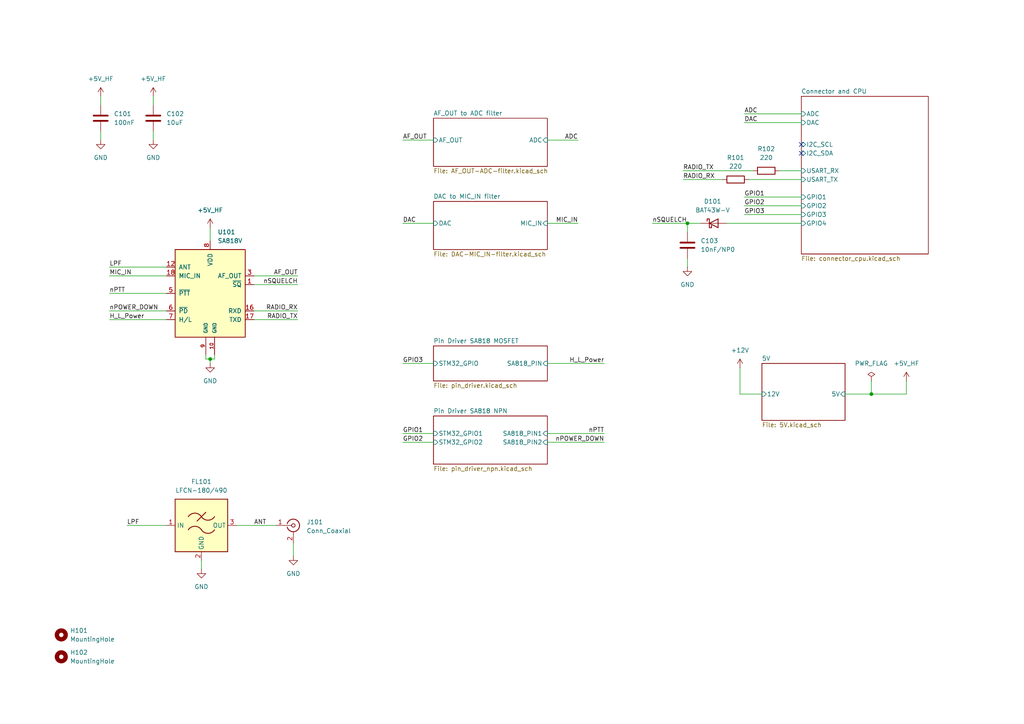
<source format=kicad_sch>
(kicad_sch (version 20250114) (generator "eeschema") (generator_version "9.0")
  (paper "A4")
  (title_block (title "FM Module") (rev "<<HASH>>") (company "Amateurfunkclub für Remote Stationen"))
  (lib_symbols
    (symbol "Connector:Conn_Coaxial" (pin_names (offset 1.016) (hide yes))
      (property "Reference" "J" (at 0.254 3.048 0))
      (property "Value" "Conn_Coaxial" (at 2.921 0 90))
      (symbol "Conn_Coaxial_0_1"
        (polyline (pts (xy -2.54 0) (xy -0.508 0)))
        (arc (start 1.778 0) (mid 0.222 -1.8079) (end -1.778 -0.508) (stroke (width 0.254)))
        (arc (start -1.778 0.508) (mid 0.2221 1.8084) (end 1.778 0) (stroke (width 0.254)))
        (circle (center 0 0) (radius 0.508) (stroke (width 0.2032)))
        (polyline (pts (xy 0 -2.54) (xy 0 -1.778)))
      )
      (symbol "Conn_Coaxial_1_1"
        (pin passive line (at -5.08 0 0) (length 2.54) (name "In") (number "1"))
        (pin passive line (at 0 -5.08 90) (length 2.54) (name "Ext") (number "2"))
      )
    )
    (symbol "DRA818:SA818V" (pin_names (offset 1.016))
      (property "Reference" "U" (at -10.1661 11.9459 0))
      (property "Value" "SA818V" (at -10.414 -14.478 0))
      (symbol "SA818V_0_0"
        (rectangle (start -10.16 12.7) (end 10.16 -12.7) (stroke (width 0.254)) (fill (type background)))
      )
      (symbol "SA818V_1_0"
        (pin passive line (at -12.7 7.62 0) (length 2.54) (name "ANT") (number "12"))
        (pin input line (at -12.7 5.08 0) (length 2.54) (name "MIC_IN") (number "18"))
        (pin input line (at -12.7 0 0) (length 2.54) (name "~{PTT}") (number "5"))
        (pin input line (at -12.7 -5.08 0) (length 2.54) (name "~{PD}") (number "6"))
        (pin input line (at -12.7 -7.62 0) (length 2.54) (name "H/L") (number "7"))
        (pin power_in line (at -1.27 -17.78 90) (length 5.08) (name "GND") (number "9"))
        (pin power_in line (at 0 15.24 270) (length 2.54) (name "VDD") (number "8"))
        (pin power_in line (at 1.27 -17.78 90) (length 5.08) (name "GND") (number "10"))
        (pin output line (at 12.7 5.08 180) (length 2.54) (name "AF_OUT") (number "3"))
        (pin output line (at 12.7 2.54 180) (length 2.54) (name "~{SQ}") (number "1"))
        (pin input line (at 12.7 -5.08 180) (length 2.54) (name "RXD") (number "16"))
        (pin output line (at 12.7 -7.62 180) (length 2.54) (name "TXD") (number "17"))
      )
    )
    (symbol "Device:C" (pin_numbers (hide yes)) (pin_names (offset 0.254))
      (property "Reference" "C" (at 0.635 2.54 0))
      (property "Value" "C" (at 0.635 -2.54 0))
      (symbol "C_0_1"
        (polyline (pts (xy -2.032 0.762) (xy 2.032 0.762)) (stroke (width 0.508)))
        (polyline (pts (xy -2.032 -0.762) (xy 2.032 -0.762)) (stroke (width 0.508)))
      )
      (symbol "C_1_1"
        (pin passive line (at 0 3.81 270) (length 2.794) (name "~") (number "1"))
        (pin passive line (at 0 -3.81 90) (length 2.794) (name "~") (number "2"))
      )
    )
    (symbol "Device:R" (pin_numbers (hide yes)) (pin_names (offset 0))
      (property "Reference" "R" (at 2.032 0 90))
      (property "Value" "R" (at 0 0 90))
      (symbol "R_0_1"
        (rectangle (start -1.016 -2.54) (end 1.016 2.54) (stroke (width 0.254)))
      )
      (symbol "R_1_1"
        (pin passive line (at 0 3.81 270) (length 1.27) (name "~") (number "1"))
        (pin passive line (at 0 -3.81 90) (length 1.27) (name "~") (number "2"))
      )
    )
    (symbol "Diode:BAT43W-V" (pin_numbers (hide yes)) (pin_names (offset 1.016) (hide yes))
      (property "Reference" "D" (at 0 2.54 0))
      (property "Value" "BAT43W-V" (at 0 -2.54 0))
      (symbol "BAT43W-V_0_1"
        (polyline (pts (xy -1.905 0.635) (xy -1.905 1.27) (xy -1.27 1.27) (xy -1.27 -1.27) (xy -0.635 -1.27) (xy -0.635 -0.635)) (stroke (width 0.254)))
        (polyline (pts (xy 1.27 1.27) (xy 1.27 -1.27) (xy -1.27 0) (xy 1.27 1.27)) (stroke (width 0.254)))
        (polyline (pts (xy 1.27 0) (xy -1.27 0)))
      )
      (symbol "BAT43W-V_1_1"
        (pin passive line (at -3.81 0 0) (length 2.54) (name "K") (number "1"))
        (pin passive line (at 3.81 0 180) (length 2.54) (name "A") (number "2"))
      )
    )
    (symbol "Mechanical:MountingHole" (pin_names (offset 1.016)) (exclude_from_sim yes) (in_bom no)
      (property "Reference" "H" (at 0 5.08 0))
      (property "Value" "MountingHole" (at 0 3.175 0))
      (symbol "MountingHole_0_1"
        (circle (center 0 0) (radius 1.27) (stroke (width 1.27)))
      )
    )
    (symbol "RF_Filter:LFCN-160"
      (property "Reference" "FL" (at 0 10.795 0))
      (property "Value" "LFCN-160" (at 0 8.89 0))
      (symbol "LFCN-160_0_1"
        (rectangle (start -7.62 7.62) (end 7.62 -7.62) (stroke (width 0.254)) (fill (type background)))
        (arc (start -3.81 2.54) (mid -1.905 3.5595) (end 0 2.54) (stroke (width 0.254)))
        (arc (start -3.81 -1.27) (mid -1.905 -0.2505) (end 0 -1.27) (stroke (width 0.254)))
        (polyline (pts (xy -1.27 1.27) (xy 1.27 3.81)) (stroke (width 0.254)))
        (arc (start 3.81 2.54) (mid 1.905 1.5205) (end 0 2.54) (stroke (width 0.254)))
        (arc (start 3.81 -1.27) (mid 1.905 -2.2895) (end 0 -1.27) (stroke (width 0.254)))
      )
      (symbol "LFCN-160_1_1"
        (pin passive line (at -10.16 0 0) (length 2.54) (name "IN") (number "1"))
        (pin passive line (at 0 -10.16 90) (length 2.54) (name "GND") (number "2"))
        (pin passive line (at 0 -10.16 90) (length 2.54) (hide yes) (name "GND") (number "4"))
        (pin passive line (at 10.16 0 180) (length 2.54) (name "OUT") (number "3"))
      )
    )
    (symbol "power:+12V" (power) (pin_numbers (hide yes)) (pin_names (offset 0) (hide yes))
      (property "Value" "+12V" (at 0 3.556 0))
      (symbol "+12V_0_1"
        (polyline (pts (xy -0.762 1.27) (xy 0 2.54)))
        (polyline (pts (xy 0 2.54) (xy 0.762 1.27)))
        (polyline (pts (xy 0 0) (xy 0 2.54)))
      )
      (symbol "+12V_1_1"
        (pin power_in line (at 0 0 90) (length 0) (name "~") (number "1"))
      )
    )
    (symbol "power:+4V" (power) (pin_numbers (hide yes)) (pin_names (offset 0) (hide yes))
      (property "Value" "+4V" (at 0 3.556 0))
      (symbol "+4V_0_1"
        (polyline (pts (xy -0.762 1.27) (xy 0 2.54)))
        (polyline (pts (xy 0 2.54) (xy 0.762 1.27)))
        (polyline (pts (xy 0 0) (xy 0 2.54)))
      )
      (symbol "+4V_1_1"
        (pin power_in line (at 0 0 90) (length 0) (name "~") (number "1"))
      )
    )
    (symbol "power:GND" (power) (pin_numbers (hide yes)) (pin_names (offset 0) (hide yes))
      (property "Value" "GND" (at 0 -3.81 0))
      (symbol "GND_0_1"
        (polyline (pts (xy 0 0) (xy 0 -1.27) (xy 1.27 -1.27) (xy 0 -2.54) (xy -1.27 -1.27) (xy 0 -1.27)))
      )
      (symbol "GND_1_1"
        (pin power_in line (at 0 0 270) (length 0) (name "~") (number "1"))
      )
    )
    (symbol "power:PWR_FLAG" (power) (pin_numbers (hide yes)) (pin_names (offset 0) (hide yes))
      (property "Value" "PWR_FLAG" (at 0 3.81 0))
      (symbol "PWR_FLAG_0_0"
        (pin power_out line (at 0 0 90) (length 0) (name "~") (number "1"))
      )
      (symbol "PWR_FLAG_0_1"
        (polyline (pts (xy 0 0) (xy 0 1.27) (xy -1.016 1.905) (xy 0 2.54) (xy 1.016 1.905) (xy 0 1.27)))
      )
    )
  )
  (junction (at 252.73 114.3))
  (junction (at 60.96 104.14))
  (junction (at 199.39 64.77))
  (no_connect (at 232.41 41.91))
  (no_connect (at 232.41 44.45))
  (wire (pts (xy 220.98 114.3) (xy 214.63 114.3)))
  (wire (pts (xy 73.66 90.17) (xy 86.36 90.17)))
  (wire (pts (xy 60.96 104.14) (xy 62.23 104.14)))
  (wire (pts (xy 31.75 80.01) (xy 48.26 80.01)))
  (wire (pts (xy 215.9 57.15) (xy 232.41 57.15)))
  (wire (pts (xy 31.75 77.47) (xy 48.26 77.47)))
  (wire (pts (xy 252.73 114.3) (xy 262.89 114.3)))
  (wire (pts (xy 262.89 114.3) (xy 262.89 110.49)))
  (wire (pts (xy 116.84 64.77) (xy 125.73 64.77)))
  (wire (pts (xy 44.45 38.1) (xy 44.45 40.64)))
  (wire (pts (xy 60.96 66.04) (xy 60.96 69.85)))
  (wire (pts (xy 199.39 74.93) (xy 199.39 77.47)))
  (wire (pts (xy 158.75 128.27) (xy 175.26 128.27)))
  (wire (pts (xy 198.12 49.53) (xy 218.44 49.53)))
  (wire (pts (xy 215.9 35.56) (xy 232.41 35.56)))
  (wire (pts (xy 252.73 110.49) (xy 252.73 114.3)))
  (wire (pts (xy 73.66 80.01) (xy 86.36 80.01)))
  (wire (pts (xy 215.9 59.69) (xy 232.41 59.69)))
  (wire (pts (xy 199.39 64.77) (xy 199.39 67.31)))
  (wire (pts (xy 189.23 64.77) (xy 199.39 64.77)))
  (wire (pts (xy 215.9 62.23) (xy 232.41 62.23)))
  (wire (pts (xy 68.58 152.4) (xy 80.01 152.4)))
  (wire (pts (xy 116.84 128.27) (xy 125.73 128.27)))
  (wire (pts (xy 60.96 104.14) (xy 60.96 105.41)))
  (wire (pts (xy 158.75 105.41) (xy 175.26 105.41)))
  (wire (pts (xy 217.17 52.07) (xy 232.41 52.07)))
  (wire (pts (xy 85.09 157.48) (xy 85.09 161.29)))
  (wire (pts (xy 210.82 64.77) (xy 232.41 64.77)))
  (wire (pts (xy 59.69 104.14) (xy 60.96 104.14)))
  (wire (pts (xy 116.84 40.64) (xy 125.73 40.64)))
  (wire (pts (xy 116.84 105.41) (xy 125.73 105.41)))
  (wire (pts (xy 158.75 40.64) (xy 167.64 40.64)))
  (wire (pts (xy 31.75 90.17) (xy 48.26 90.17)))
  (wire (pts (xy 44.45 27.94) (xy 44.45 30.48)))
  (wire (pts (xy 199.39 64.77) (xy 203.2 64.77)))
  (wire (pts (xy 29.21 27.94) (xy 29.21 30.48)))
  (wire (pts (xy 62.23 102.87) (xy 62.23 104.14)))
  (wire (pts (xy 116.84 125.73) (xy 125.73 125.73)))
  (wire (pts (xy 29.21 38.1) (xy 29.21 40.64)))
  (wire (pts (xy 198.12 52.07) (xy 209.55 52.07)))
  (wire (pts (xy 158.75 125.73) (xy 175.26 125.73)))
  (wire (pts (xy 59.69 102.87) (xy 59.69 104.14)))
  (wire (pts (xy 226.06 49.53) (xy 232.41 49.53)))
  (wire (pts (xy 158.75 64.77) (xy 167.64 64.77)))
  (wire (pts (xy 215.9 33.02) (xy 232.41 33.02)))
  (wire (pts (xy 58.42 162.56) (xy 58.42 165.1)))
  (wire (pts (xy 245.11 114.3) (xy 252.73 114.3)))
  (wire (pts (xy 31.75 92.71) (xy 48.26 92.71)))
  (wire (pts (xy 73.66 92.71) (xy 86.36 92.71)))
  (wire (pts (xy 31.75 85.09) (xy 48.26 85.09)))
  (wire (pts (xy 36.83 152.4) (xy 48.26 152.4)))
  (wire (pts (xy 214.63 114.3) (xy 214.63 106.68)))
  (wire (pts (xy 73.66 82.55) (xy 86.36 82.55)))
  (label "nPOWER_DOWN" (at 31.75 90.17 0))
  (label "nPTT" (at 175.26 125.73 180))
  (label "RADIO_TX" (at 86.36 92.71 180))
  (label "RADIO_TX" (at 198.12 49.53 0))
  (label "RADIO_RX" (at 86.36 90.17 180))
  (label "nPOWER_DOWN" (at 175.26 128.27 180))
  (label "GPIO2" (at 215.9 59.69 0))
  (label "DAC" (at 215.9 35.56 0))
  (label "nPTT" (at 31.75 85.09 0))
  (label "DAC" (at 116.84 64.77 0))
  (label "GPIO1" (at 116.84 125.73 0))
  (label "GPIO2" (at 116.84 128.27 0))
  (label "H_L_Power" (at 175.26 105.41 180))
  (label "GPIO3" (at 215.9 62.23 0))
  (label "nSQUELCH" (at 86.36 82.55 180))
  (label "nSQUELCH" (at 189.23 64.77 0))
  (label "RADIO_RX" (at 198.12 52.07 0))
  (label "H_L_Power" (at 31.75 92.71 0))
  (label "AF_OUT" (at 86.36 80.01 180))
  (label "MIC_IN" (at 167.64 64.77 180))
  (label "LPF" (at 36.83 152.4 0))
  (label "ANT" (at 73.66 152.4 0))
  (label "MIC_IN" (at 31.75 80.01 0))
  (label "ADC" (at 215.9 33.02 0))
  (label "GPIO3" (at 116.84 105.41 0))
  (label "ADC" (at 167.64 40.64 180))
  (label "LPF" (at 31.75 77.47 0))
  (label "GPIO1" (at 215.9 57.15 0))
  (label "AF_OUT" (at 116.84 40.64 0))
  (symbol (lib_id "power:+4V") (at 44.45 27.94 0) (unit 1)
    (property "Reference" "#PWR0105" (effects (hide yes)))
    (property "Value" "+5V_HF" (at 44.45 22.86 0))
    (property "Description" "Power symbol creates a global label with name \"+5V_HF\"" (effects (hide yes)))
  )
  (symbol (lib_id "power:GND") (at 199.39 77.47 0) (unit 1)
    (property "Reference" "#PWR0120" (effects (hide yes)))
    (property "Value" "GND" (at 199.39 82.55 0))
    (property "Description" "Power symbol creates a global label with name \"GND\" , ground" (effects (hide yes)))
  )
  (symbol (lib_id "Device:R") (at 213.36 52.07 90) (unit 1)
    (property "Reference" "R101" (at 213.36 45.72 90))
    (property "Value" "220" (at 213.36 48.26 90))
    (property "Footprint" "Resistor_SMD:R_0805_2012Metric" (effects (hide yes)))
    (property "Description" "Resistor" (effects (hide yes)))
    (property "MOUSER" "667-ERA-6AEB221V" (effects (hide yes)))
  )
  (symbol (lib_id "Mechanical:MountingHole") (at 17.78 184.15 0) (unit 1) (exclude_from_sim yes) (in_bom no)
    (property "Reference" "H101" (at 20.32 182.8799 0) (effects (justify left)))
    (property "Value" "MountingHole" (at 20.32 185.4199 0) (effects (justify left)))
    (property "Footprint" "MountingHole:MountingHole_3.2mm_M3" (effects (hide yes)))
    (property "Description" "Mounting Hole without connection" (effects (hide yes)))
  )
  (symbol (lib_id "power:GND") (at 60.96 105.41 0) (unit 1)
    (property "Reference" "#PWR0118" (effects (hide yes)))
    (property "Value" "GND" (at 60.96 110.49 0))
    (property "Description" "Power symbol creates a global label with name \"GND\" , ground" (effects (hide yes)))
  )
  (symbol (lib_id "RF_Filter:LFCN-160") (at 58.42 152.4 0) (unit 1)
    (property "Reference" "FL101" (at 58.42 139.7 0))
    (property "Value" "LFCN-180/490" (at 58.42 142.24 0))
    (property "Footprint" "Filter:Filter_Mini-Circuits_FV1206" (effects (hide yes)))
    (property "Datasheet" "https://www.minicircuits.com/pdfs/LFCN-180+.pdf" (effects (hide yes)))
    (property "Description" "180MHz/490MHz 50 Ohm Passive Low Pass Filter, FV1206" (effects (hide yes)))
    (property "MOUSER" "139-LFCN-180,139-LFCN-490" (effects (hide yes)))
  )
  (symbol (lib_id "power:PWR_FLAG") (at 252.73 110.49 0) (unit 1)
    (property "Reference" "#FLG0103" (effects (hide yes)))
    (property "Value" "PWR_FLAG" (at 252.73 105.41 0))
    (property "Description" "Special symbol for telling ERC where power comes from" (effects (hide yes)))
  )
  (symbol (lib_id "Device:C") (at 199.39 71.12 180) (unit 1)
    (property "Reference" "C103" (at 203.2 69.8499 0) (effects (justify right)))
    (property "Value" "10nF/NP0" (at 203.2 72.3899 0) (effects (justify right)))
    (property "Footprint" "Capacitor_SMD:C_0805_2012Metric" (effects (hide yes)))
    (property "Description" "Unpolarized capacitor" (effects (hide yes)))
    (property "MOUSER" "81-GRM2165C2A103JA1D" (effects (hide yes)))
  )
  (symbol (lib_id "power:+4V") (at 60.96 66.04 0) (unit 1)
    (property "Reference" "#PWR0103" (effects (hide yes)))
    (property "Value" "+5V_HF" (at 60.96 60.96 0))
    (property "Description" "Power symbol creates a global label with name \"+5V_HF\"" (effects (hide yes)))
  )
  (symbol (lib_id "power:+4V") (at 262.89 110.49 0) (unit 1)
    (property "Reference" "#PWR0101" (effects (hide yes)))
    (property "Value" "+5V_HF" (at 262.89 105.41 0))
    (property "Description" "Power symbol creates a global label with name \"+5V_HF\"" (effects (hide yes)))
  )
  (symbol (lib_id "DRA818:SA818V") (at 60.96 85.09 0) (unit 1)
    (property "Reference" "U101" (at 63.1033 67.31 0) (effects (justify left)))
    (property "Value" "SA818V" (at 63.1033 69.85 0) (effects (justify left)))
    (property "Footprint" "PRJ:DRA818" (effects (hide yes)))
    (property "LCSC" "C3001504" (effects (hide yes)))
  )
  (symbol (lib_id "power:+4V") (at 29.21 27.94 0) (unit 1)
    (property "Reference" "#PWR0104" (effects (hide yes)))
    (property "Value" "+5V_HF" (at 29.21 22.86 0))
    (property "Description" "Power symbol creates a global label with name \"+5V_HF\"" (effects (hide yes)))
  )
  (symbol (lib_id "power:+12V") (at 214.63 106.68 0) (unit 1)
    (property "Reference" "#PWR0102" (effects (hide yes)))
    (property "Value" "+12V" (at 214.63 101.6 0))
    (property "Description" "Power symbol creates a global label with name \"+12V\"" (effects (hide yes)))
  )
  (symbol (lib_id "power:GND") (at 85.09 161.29 0) (unit 1)
    (property "Reference" "#PWR0119" (effects (hide yes)))
    (property "Value" "GND" (at 85.09 166.37 0))
    (property "Description" "Power symbol creates a global label with name \"GND\" , ground" (effects (hide yes)))
  )
  (symbol (lib_id "Device:R") (at 222.25 49.53 90) (unit 1)
    (property "Reference" "R102" (at 222.25 43.18 90))
    (property "Value" "220" (at 222.25 45.72 90))
    (property "Footprint" "Resistor_SMD:R_0805_2012Metric" (effects (hide yes)))
    (property "Description" "Resistor" (effects (hide yes)))
    (property "MOUSER" "667-ERA-6AEB221V" (effects (hide yes)))
  )
  (symbol (lib_id "power:GND") (at 58.42 165.1 0) (unit 1)
    (property "Reference" "#PWR0116" (effects (hide yes)))
    (property "Value" "GND" (at 58.42 170.18 0))
    (property "Description" "Power symbol creates a global label with name \"GND\" , ground" (effects (hide yes)))
  )
  (symbol (lib_id "power:GND") (at 44.45 40.64 0) (unit 1)
    (property "Reference" "#PWR0115" (effects (hide yes)))
    (property "Value" "GND" (at 44.45 45.72 0))
    (property "Description" "Power symbol creates a global label with name \"GND\" , ground" (effects (hide yes)))
  )
  (symbol (lib_id "Connector:Conn_Coaxial") (at 85.09 152.4 0) (unit 1)
    (property "Reference" "J101" (at 88.9 151.4231 0) (effects (justify left)))
    (property "Value" "Conn_Coaxial" (at 88.9 153.9631 0) (effects (justify left)))
    (property "Footprint" "Connector_Coaxial:SMA_Amphenol_132289_EdgeMount" (effects (hide yes)))
    (property "Description" "coaxial connector (BNC, SMA, SMB, SMC, Cinch/RCA, LEMO, ...)" (effects (hide yes)))
    (property "MOUSER" "530-142-0701-801" (effects (hide yes)))
  )
  (symbol (lib_id "Mechanical:MountingHole") (at 17.78 190.5 0) (unit 1) (exclude_from_sim yes) (in_bom no)
    (property "Reference" "H102" (at 20.32 189.2299 0) (effects (justify left)))
    (property "Value" "MountingHole" (at 20.32 191.7699 0) (effects (justify left)))
    (property "Footprint" "MountingHole:MountingHole_3.2mm_M3" (effects (hide yes)))
    (property "Description" "Mounting Hole without connection" (effects (hide yes)))
  )
  (symbol (lib_id "Diode:BAT43W-V") (at 207.01 64.77 0) (unit 1)
    (property "Reference" "D101" (at 206.6925 58.42 0))
    (property "Value" "BAT43W-V" (at 206.6925 60.96 0))
    (property "Footprint" "Diode_SMD:D_SOD-123" (effects (hide yes)))
    (property "Datasheet" "http://www.vishay.com/docs/85660/bat42.pdf" (effects (hide yes)))
    (property "Description" "30V 0.2A Small Signal Schottky diode, SOD-123" (effects (hide yes)))
    (property "MOUSER" "78-BAT43W-G3-08" (effects (hide yes)))
  )
  (symbol (lib_id "Device:C") (at 29.21 34.29 180) (unit 1)
    (property "Reference" "C101" (at 33.02 33.0199 0) (effects (justify right)))
    (property "Value" "100nF" (at 33.02 35.5599 0) (effects (justify right)))
    (property "Footprint" "Capacitor_SMD:C_0805_2012Metric" (effects (hide yes)))
    (property "Description" "Unpolarized capacitor" (effects (hide yes)))
    (property "LCSC" "C28233" (effects (hide yes)))
  )
  (symbol (lib_id "Device:C") (at 44.45 34.29 180) (unit 1)
    (property "Reference" "C102" (at 48.26 33.0199 0) (effects (justify right)))
    (property "Value" "10uF" (at 48.26 35.5599 0) (effects (justify right)))
    (property "Footprint" "Capacitor_SMD:C_0805_2012Metric" (effects (hide yes)))
    (property "Description" "Unpolarized capacitor" (effects (hide yes)))
    (property "MOUSER" "963-EMK212BJ106KG-T" (effects (hide yes)))
  )
  (symbol (lib_id "power:GND") (at 29.21 40.64 0) (unit 1)
    (property "Reference" "#PWR0113" (effects (hide yes)))
    (property "Value" "GND" (at 29.21 45.72 0))
    (property "Description" "Power symbol creates a global label with name \"GND\" , ground" (effects (hide yes)))
  )
  (sheet (at 125.73 100.33) (size 33.02 10.16) (stroke (width 0.1524))
    (property "Sheetname" "Pin Driver SA818 MOSFET" (at 125.73 99.6184 0) (effects (justify left bottom)))
    (property "Sheetfile" "pin_driver.kicad_sch" (at 125.73 111.0746 0) (effects (justify left top)))
    (pin "SA818_PIN" input (at 158.75 105.41 0))
    (pin "STM32_GPIO" input (at 125.73 105.41 180))
  )
  (sheet (at 125.73 34.29) (size 33.02 13.97) (stroke (width 0.1524))
    (property "Sheetname" "AF_OUT to ADC filter" (at 125.73 33.5784 0) (effects (justify left bottom)))
    (property "Sheetfile" "AF_OUT-ADC-filter.kicad_sch" (at 125.73 48.8446 0) (effects (justify left top)))
    (pin "ADC" input (at 158.75 40.64 0))
    (pin "AF_OUT" input (at 125.73 40.64 180))
  )
  (sheet (at 125.73 120.65) (size 33.02 13.97) (stroke (width 0.1524))
    (property "Sheetname" "Pin Driver SA818 NPN" (at 125.73 119.9384 0) (effects (justify left bottom)))
    (property "Sheetfile" "pin_driver_npn.kicad_sch" (at 125.73 135.2046 0) (effects (justify left top)))
    (pin "SA818_PIN1" input (at 158.75 125.73 0))
    (pin "SA818_PIN2" input (at 158.75 128.27 0))
    (pin "STM32_GPIO1" input (at 125.73 125.73 180))
    (pin "STM32_GPIO2" input (at 125.73 128.27 180))
  )
  (sheet (at 220.98 105.41) (size 24.13 16.51) (stroke (width 0.1524))
    (property "Sheetname" "5V" (at 220.98 104.6984 0) (effects (justify left bottom)))
    (property "Sheetfile" "5V.kicad_sch" (at 220.98 122.5046 0) (effects (justify left top)))
    (pin "5V" input (at 245.11 114.3 0))
    (pin "12V" input (at 220.98 114.3 180))
  )
  (sheet (at 125.73 58.42) (size 33.02 13.97) (stroke (width 0.1524))
    (property "Sheetname" "DAC to MIC_IN filter" (at 125.73 57.7084 0) (effects (justify left bottom)))
    (property "Sheetfile" "DAC-MIC_IN-filter.kicad_sch" (at 125.73 72.9746 0) (effects (justify left top)))
    (pin "DAC" input (at 125.73 64.77 180))
    (pin "MIC_IN" input (at 158.75 64.77 0))
  )
  (sheet (at 232.41 27.94) (size 36.83 45.72) (stroke (width 0.1524))
    (property "Sheetname" "Connector and CPU" (at 232.41 27.2284 0) (effects (justify left bottom)))
    (property "Sheetfile" "connector_cpu.kicad_sch" (at 232.41 74.2446 0) (effects (justify left top)))
    (pin "ADC" input (at 232.41 33.02 180))
    (pin "DAC" input (at 232.41 35.56 180))
    (pin "I2C_SCL" input (at 232.41 41.91 180))
    (pin "I2C_SDA" input (at 232.41 44.45 180))
    (pin "USART_RX" input (at 232.41 49.53 180))
    (pin "USART_TX" input (at 232.41 52.07 180))
    (pin "GPIO1" input (at 232.41 57.15 180))
    (pin "GPIO2" input (at 232.41 59.69 180))
    (pin "GPIO3" input (at 232.41 62.23 180))
    (pin "GPIO4" input (at 232.41 64.77 180))
  )
)
</source>
